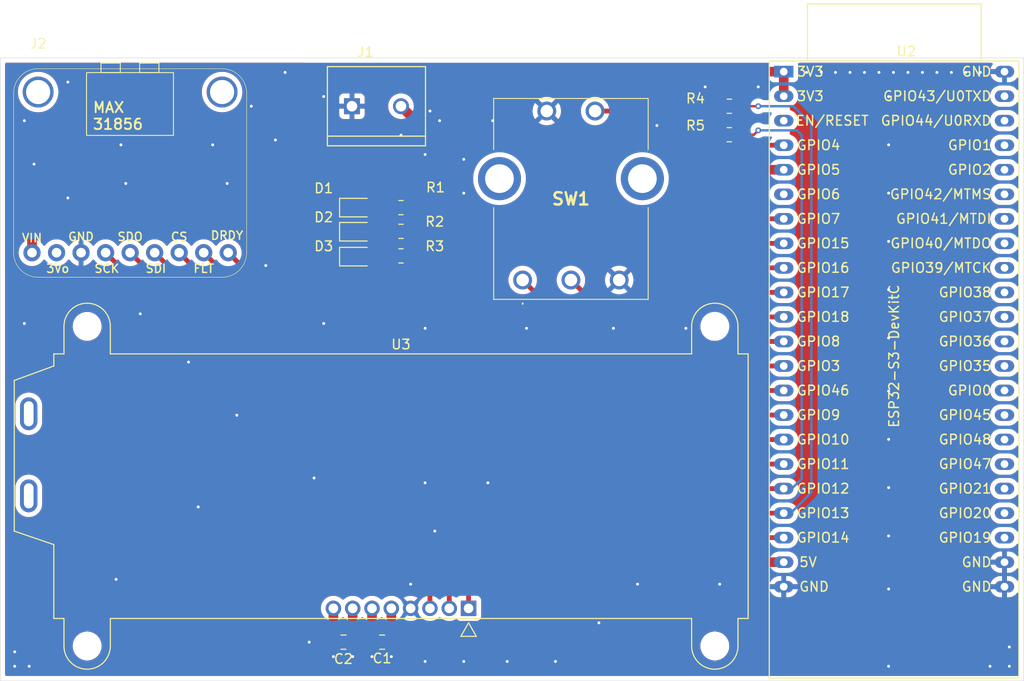
<source format=kicad_pcb>
(kicad_pcb (version 20241229) (generator "pcbnew") (generator_version "9.0")
  (title_block (title "Tube Furnace PCB") (date "2025-03-26") (rev "v2") (company "Waterloo Hacker Fab"))
  (layers (0 "F.Cu" signal) (2 "B.Cu" signal) (13 "F.Paste" user) (15 "B.Paste" user) (5 "F.SilkS" user "F.Silkscreen") (7 "B.SilkS" user "B.Silkscreen") (1 "F.Mask" user) (3 "B.Mask" user) (25 "Edge.Cuts" user))
  (net 0 "")
  (net 1 "GND")
  (net 2 "+3.3V")
  (net 3 "+5V")
  (net 4 "SSR_PWM")
  (net 18 "Net-(D3-A)")
  (net 19 "Net-(D2-A)")
  (net 20 "Net-(D1-A)")
  (net 24 "Net-(U3-VOUT)")
  (net 25 "Net-(U3-C1+)")
  (net 26 "Net-(U3-C1-)")
  (net 27 "/SCL")
  (net 28 "/SDA")
  (net 29 "/ENC_B")
  (net 30 "/ENC_A")
  (net 31 "/ENC_SW")
  (net 33 "/MAX_SDO")
  (net 34 "/MAX_SCK")
  (net 35 "/MAX_DRDY")
  (net 36 "/MAX_3.3VOUT")
  (net 37 "/MAX_SDI")
  (net 40 "/MAX_CS")
  (net 41 "/MAX_FAULT")
  (net 42 "/DISPLAY_RST")
  (net 47 "/LED_1")
  (net 48 "/LED_2")
  (net 49 "/LED_3")
  (footprint "Diode_SMD:D_0805_2012Metric_Pad1.15x1.40mm_HandSolder" (layer "F.Cu") (at 121 76.5)
    (property "Reference" "D2" (hide yes))
    (property "Value" "LED")
    (fp_line (start -1.86 -0.96) (end -1.86 0.96) (stroke (width 0.12)) (layer "F.SilkS"))
    (fp_line (start -1.86 0.96) (end 1 0.96) (stroke (width 0.12)) (layer "F.SilkS"))
    (fp_line (start 1 -0.96) (end -1.86 -0.96) (stroke (width 0.12)) (layer "F.SilkS"))
    (pad "1" smd roundrect (at -1.025 0) (size 1.15 1.4) (layers "F.Cu" "F.Mask" "F.Paste") (roundrect_rratio 0.217391) (net 1 "GND"))
    (pad "2" smd roundrect (at 1.025 0) (size 1.15 1.4) (layers "F.Cu" "F.Mask" "F.Paste") (roundrect_rratio 0.217391) (net 19 "Net-(D2-A)"))
  )
  (footprint "phoenix_footprints:TE_282837-2" (layer "F.Cu") (at 122.96 63.5)
    (property "Reference" "J1" (at -1.127255 -5.614945 0) (layer "F.SilkS") (effects (font (size 1.002039 1.002039))))
    (property "Value" "Screw_Terminal_01x02")
    (fp_line (start -5.08 -4.1) (end 5.08 -4.1) (stroke (width 0.127)) (layer "F.SilkS"))
    (fp_line (start -5.08 3.1) (end -5.08 -4.1) (stroke (width 0.127)) (layer "F.SilkS"))
    (fp_line (start -5.08 3.1) (end 5.08 3.1) (stroke (width 0.127)) (layer "F.SilkS"))
    (fp_line (start -5.08 4.1) (end -5.08 3.1) (stroke (width 0.127)) (layer "F.SilkS"))
    (fp_line (start 5.08 -4.1) (end 5.08 3.1) (stroke (width 0.127)) (layer "F.SilkS"))
    (fp_line (start 5.08 3.1) (end 5.08 4.1) (stroke (width 0.127)) (layer "F.SilkS"))
    (fp_line (start 5.08 4.1) (end -5.08 4.1) (stroke (width 0.127)) (layer "F.SilkS"))
    (pad "1" thru_hole rect (at -2.54 0) (size 1.65 1.65) (drill 1.1) (layers "*.Cu" "*.Mask") (net 1 "GND"))
    (pad "2" thru_hole circle (at 2.54 0) (size 1.65 1.65) (drill 1.1) (layers "*.Cu" "*.Mask") (net 4 "SSR_PWM"))
  )
  (footprint "Capacitor_SMD:C_0805_2012Metric" (layer "F.Cu") (at 123.55 119 180)
    (property "Reference" "C1" (at 0 -1.68 0) (layer "F.SilkS"))
    (property "Value" "1uF")
    (fp_line (start -0.261252 0.735) (end 0.261252 0.735) (stroke (width 0.12)) (layer "F.SilkS"))
    (fp_line (start -0.261252 -0.735) (end 0.261252 -0.735) (stroke (width 0.12)) (layer "F.SilkS"))
    (pad "1" smd roundrect (at -0.95 0 180) (size 1 1.45) (layers "F.Cu" "F.Mask" "F.Paste") (net 3 "+5V"))
    (pad "2" smd roundrect (at 0.95 0 180) (size 1 1.45) (layers "F.Cu" "F.Mask" "F.Paste") (net 24 "Net-(U3-VOUT)"))
  )
  (footprint "Resistor_SMD:R_0805_2012Metric_Pad1.20x1.40mm_HandSolder" (layer "F.Cu") (at 125.5 76.46 180)
    (property "Reference" "R2" (at -3.5 1 0) (layer "F.SilkS"))
    (property "Value" "220")
    (fp_line (start -0.227064 0.735) (end 0.227064 0.735) (stroke (width 0.12)) (layer "F.SilkS"))
    (fp_line (start -0.227064 -0.735) (end 0.227064 -0.735) (stroke (width 0.12)) (layer "F.SilkS"))
    (pad "1" smd roundrect (at -1 0 180) (size 1.2 1.4) (layers "F.Cu" "F.Mask" "F.Paste") (roundrect_rratio 0.208333) (net 48 "/LED_2"))
    (pad "2" smd roundrect (at 1 0 180) (size 1.2 1.4) (layers "F.Cu" "F.Mask" "F.Paste") (roundrect_rratio 0.208333) (net 19 "Net-(D2-A)"))
  )
  (footprint "Capacitor_SMD:C_0805_2012Metric" (layer "F.Cu") (at 119.55 119 180)
    (property "Reference" "C2" (at 0.008519 -1.745267 0) (layer "F.SilkS"))
    (property "Value" "1uF")
    (fp_line (start -0.261252 0.735) (end 0.261252 0.735) (stroke (width 0.12)) (layer "F.SilkS"))
    (fp_line (start -0.261252 -0.735) (end 0.261252 -0.735) (stroke (width 0.12)) (layer "F.SilkS"))
    (pad "1" smd roundrect (at -0.95 0 180) (size 1 1.45) (layers "F.Cu" "F.Mask" "F.Paste") (net 25 "Net-(U3-C1+)"))
    (pad "2" smd roundrect (at 0.95 0 180) (size 1 1.45) (layers "F.Cu" "F.Mask" "F.Paste") (net 26 "Net-(U3-C1-)"))
  )
  (footprint "Resistor_SMD:R_0805_2012Metric_Pad1.20x1.40mm_HandSolder" (layer "F.Cu") (at 125.5 79 180)
    (property "Reference" "R3" (at -3.5 1 0) (layer "F.SilkS"))
    (property "Value" "220")
    (fp_line (start -0.227064 0.735) (end 0.227064 0.735) (stroke (width 0.12)) (layer "F.SilkS"))
    (fp_line (start -0.227064 -0.735) (end 0.227064 -0.735) (stroke (width 0.12)) (layer "F.SilkS"))
    (pad "1" smd roundrect (at -1 0 180) (size 1.2 1.4) (layers "F.Cu" "F.Mask" "F.Paste") (roundrect_rratio 0.208333) (net 49 "/LED_3"))
    (pad "2" smd roundrect (at 1 0 180) (size 1.2 1.4) (layers "F.Cu" "F.Mask" "F.Paste") (roundrect_rratio 0.208333) (net 18 "Net-(D3-A)"))
  )
  (footprint "!footprints:PEC164120FS0012" (layer "F.Cu") (at 138.1 81.5)
    (property "Reference" "SW1" (at 5 -8.4 0) (layer "F.SilkS") (effects (font (size 1.27 1.27) (thickness 0.254))))
    (property "Value" "RotaryEncoder_Switch" (hide yes))
    (fp_line (start -3 -18.8) (end -3 -13.5) (stroke (width 0.1)) (layer "F.SilkS"))
    (fp_line (start -3 -7.5) (end -3 2) (stroke (width 0.1)) (layer "F.SilkS"))
    (fp_line (start -3 2) (end 13 2) (stroke (width 0.1)) (layer "F.SilkS"))
    (fp_line (start 0 2.4) (end 0 2.4) (stroke (width 0.1)) (layer "F.SilkS"))
    (fp_line (start 0 2.5) (end 0 2.5) (stroke (width 0.1)) (layer "F.SilkS"))
    (fp_line (start 13 -18.8) (end -3 -18.8) (stroke (width 0.1)) (layer "F.SilkS"))
    (fp_line (start 13 -13.5) (end 13 -18.8) (stroke (width 0.1)) (layer "F.SilkS"))
    (fp_line (start 13 2) (end 13 -7.5) (stroke (width 0.1)) (layer "F.SilkS"))
    (fp_arc (start 0 2.4) (mid 0.05 2.45) (end 0 2.5) (stroke (width 0.1)) (layer "F.SilkS"))
    (fp_arc (start 0 2.5) (mid -0.05 2.45) (end 0 2.4) (stroke (width 0.1)) (layer "F.SilkS"))
    (pad "A" thru_hole circle (at 0 0) (size 1.95 1.95) (drill 1.3) (layers "*.Cu" "*.Mask") (net 30 "/ENC_A"))
    (pad "B" thru_hole circle (at 5 0) (size 1.95 1.95) (drill 1.3) (layers "*.Cu" "*.Mask") (net 29 "/ENC_B"))
    (pad "C" thru_hole circle (at 10 0) (size 1.95 1.95) (drill 1.3) (layers "*.Cu" "*.Mask") (net 1 "GND"))
    (pad "MH1" thru_hole circle (at -2.4 -10.5) (size 4.46 4.46) (drill 2.9732) (layers "*.Cu" "*.Mask"))
    (pad "MH2" thru_hole circle (at 12.4 -10.5) (size 4.46 4.46) (drill 2.9732) (layers "*.Cu" "*.Mask"))
    (pad "S1" thru_hole circle (at 2.5 -17.5) (size 1.95 1.95) (drill 1.3) (layers "*.Cu" "*.Mask") (net 1 "GND"))
    (pad "S2" thru_hole circle (at 7.5 -17.5) (size 1.95 1.95) (drill 1.3) (layers "*.Cu" "*.Mask") (net 31 "/ENC_SW"))
  )
  (footprint "Diode_SMD:D_0805_2012Metric_Pad1.15x1.40mm_HandSolder" (layer "F.Cu") (at 121 79.08)
    (property "Reference" "D3" (hide yes))
    (property "Value" "LED")
    (fp_line (start -1.86 -0.96) (end -1.86 0.96) (stroke (width 0.12)) (layer "F.SilkS"))
    (fp_line (start -1.86 0.96) (end 1 0.96) (stroke (width 0.12)) (layer "F.SilkS"))
    (fp_line (start 1 -0.96) (end -1.86 -0.96) (stroke (width 0.12)) (layer "F.SilkS"))
    (pad "1" smd roundrect (at -1.025 0) (size 1.15 1.4) (layers "F.Cu" "F.Mask" "F.Paste") (roundrect_rratio 0.217391) (net 1 "GND"))
    (pad "2" smd roundrect (at 1.025 0) (size 1.15 1.4) (layers "F.Cu" "F.Mask" "F.Paste") (roundrect_rratio 0.217391) (net 18 "Net-(D3-A)"))
  )
  (footprint "Resistor_SMD:R_0805_2012Metric_Pad1.20x1.40mm_HandSolder" (layer "F.Cu") (at 159.5 66.45)
    (property "Reference" "R5" (at -3.5 -0.95 0) (layer "F.SilkS"))
    (property "Value" "4.7k")
    (fp_line (start -0.227064 -0.735) (end 0.227064 -0.735) (stroke (width 0.12)) (layer "F.SilkS"))
    (fp_line (start -0.227064 0.735) (end 0.227064 0.735) (stroke (width 0.12)) (layer "F.SilkS"))
    (pad "1" smd roundrect (at -1 0) (size 1.2 1.4) (layers "F.Cu" "F.Mask" "F.Paste") (roundrect_rratio 0.208333) (net 2 "+3.3V"))
    (pad "2" smd roundrect (at 1 0) (size 1.2 1.4) (layers "F.Cu" "F.Mask" "F.Paste") (roundrect_rratio 0.208333) (net 28 "/SDA"))
  )
  (footprint "Resistor_SMD:R_0805_2012Metric_Pad1.20x1.40mm_HandSolder" (layer "F.Cu") (at 159.5 63.5)
    (property "Reference" "R4" (at -3.5 -0.8 0) (layer "F.SilkS"))
    (property "Value" "4.7k")
    (fp_line (start -0.227064 -0.735) (end 0.227064 -0.735) (stroke (width 0.12)) (layer "F.SilkS"))
    (fp_line (start -0.227064 0.735) (end 0.227064 0.735) (stroke (width 0.12)) (layer "F.SilkS"))
    (pad "1" smd roundrect (at -1 0) (size 1.2 1.4) (layers "F.Cu" "F.Mask" "F.Paste") (roundrect_rratio 0.208333) (net 2 "+3.3V"))
    (pad "2" smd roundrect (at 1 0) (size 1.2 1.4) (layers "F.Cu" "F.Mask" "F.Paste") (roundrect_rratio 0.208333) (net 27 "/SCL"))
  )
  (footprint "Diode_SMD:D_0805_2012Metric_Pad1.15x1.40mm_HandSolder" (layer "F.Cu") (at 121 74)
    (property "Reference" "D1" (hide yes))
    (property "Value" "LED")
    (fp_line (start -1.86 -0.96) (end -1.86 0.96) (stroke (width 0.12)) (layer "F.SilkS"))
    (fp_line (start -1.86 0.96) (end 1 0.96) (stroke (width 0.12)) (layer "F.SilkS"))
    (fp_line (start 1 -0.96) (end -1.86 -0.96) (stroke (width 0.12)) (layer "F.SilkS"))
    (pad "1" smd roundrect (at -1.025 0) (size 1.15 1.4) (layers "F.Cu" "F.Mask" "F.Paste") (roundrect_rratio 0.217391) (net 1 "GND"))
    (pad "2" smd roundrect (at 1.025 0) (size 1.15 1.4) (layers "F.Cu" "F.Mask" "F.Paste") (roundrect_rratio 0.217391) (net 20 "Net-(D1-A)"))
  )
  (footprint "Display:NHD-C0220BiZ" (layer "F.Cu") (at 125.5 99.6)
    (property "Reference" "U3" (at 0 -11.43 0) (layer "F.SilkS"))
    (property "Value" "NHD-C0220BIZ")
    (fp_line (start -40.05 -7.7) (end -40.05 7.9) (stroke (width 0.12)) (layer "F.SilkS"))
    (fp_line (start -40.05 7.9) (end -35.95 9.3) (stroke (width 0.12)) (layer "F.SilkS"))
    (fp_line (start -35.95 -10.45) (end -35.95 -9.2) (stroke (width 0.12)) (layer "F.SilkS"))
    (fp_line (start -35.95 -9.2) (end -40.05 -7.7) (stroke (width 0.12)) (layer "F.SilkS"))
    (fp_line (start -35.95 9.3) (end -35.95 16.95) (stroke (width 0.12)) (layer "F.SilkS"))
    (fp_line (start -35.95 16.95) (end -34.9 16.95) (stroke (width 0.12)) (layer "F.SilkS"))
    (fp_line (start -34.9 -13.3) (end -34.9 -10.45) (stroke (width 0.12)) (layer "F.SilkS"))
    (fp_line (start -34.9 -10.45) (end -35.95 -10.45) (stroke (width 0.12)) (layer "F.SilkS"))
    (fp_line (start -34.9 16.95) (end -34.9 19.8) (stroke (width 0.12)) (layer "F.SilkS"))
    (fp_line (start -30.1 -10.45) (end -30.1 -13.3) (stroke (width 0.12)) (layer "F.SilkS"))
    (fp_line (start -30.1 16.95) (end 30.1 16.95) (stroke (width 0.12)) (layer "F.SilkS"))
    (fp_line (start -30.1 19.8) (end -30.1 16.95) (stroke (width 0.12)) (layer "F.SilkS"))
    (fp_line (start 6.2 18.8) (end 7 17.4) (stroke (width 0.12)) (layer "F.SilkS"))
    (fp_line (start 6.2 18.8) (end 7.8 18.8) (stroke (width 0.12)) (layer "F.SilkS"))
    (fp_line (start 7 17.4) (end 7.8 18.8) (stroke (width 0.12)) (layer "F.SilkS"))
    (fp_line (start 30.1 -13.3) (end 30.1 -10.45) (stroke (width 0.12)) (layer "F.SilkS"))
    (fp_line (start 30.1 -10.45) (end -30.1 -10.45) (stroke (width 0.12)) (layer "F.SilkS"))
    (fp_line (start 30.1 16.95) (end 30.1 19.8) (stroke (width 0.12)) (layer "F.SilkS"))
    (fp_line (start 34.9 -10.45) (end 34.9 -13.3) (stroke (width 0.12)) (layer "F.SilkS"))
    (fp_line (start 34.9 16.95) (end 35.95 16.95) (stroke (width 0.12)) (layer "F.SilkS"))
    (fp_line (start 34.9 19.8) (end 34.9 16.95) (stroke (width 0.12)) (layer "F.SilkS"))
    (fp_line (start 35.95 -10.45) (end 34.9 -10.45) (stroke (width 0.12)) (layer "F.SilkS"))
    (fp_line (start 35.95 16.95) (end 35.95 -10.45) (stroke (width 0.12)) (layer "F.SilkS"))
    (fp_arc (start -34.9 -13.3) (mid -32.5 -15.7) (end -30.1 -13.3) (stroke (width 0.12)) (layer "F.SilkS"))
    (fp_arc (start -30.1 19.8) (mid -32.5 22.2) (end -34.9 19.8) (stroke (width 0.12)) (layer "F.SilkS"))
    (fp_arc (start 30.1 -13.3) (mid 32.5 -15.7) (end 34.9 -13.3) (stroke (width 0.12)) (layer "F.SilkS"))
    (fp_arc (start 34.9 19.8) (mid 32.5 22.2) (end 30.1 19.8) (stroke (width 0.12)) (layer "F.SilkS"))
    (pad "" np_thru_hole circle (at -32.5 -13.3) (size 2.5 2.5) (drill 2.5) (layers "*.Cu" "*.Mask"))
    (pad "" np_thru_hole circle (at -32.5 19.8) (size 2.5 2.5) (drill 2.5) (layers "*.Cu" "*.Mask"))
    (pad "" np_thru_hole circle (at 32.5 -13.3) (size 2.5 2.5) (drill 2.5) (layers "*.Cu" "*.Mask"))
    (pad "" np_thru_hole circle (at 32.5 19.8) (size 2.5 2.5) (drill 2.5) (layers "*.Cu" "*.Mask"))
    (pad "1" thru_hole rect (at 7 15.9) (size 1.6 1.6) (drill 1) (layers "*.Cu" "*.Mask") (net 42 "/DISPLAY_RST"))
    (pad "2" thru_hole circle (at 5 15.9) (size 1.6 1.6) (drill 1) (layers "*.Cu" "*.Mask") (net 27 "/SCL"))
    (pad "3" thru_hole circle (at 3 15.9) (size 1.6 1.6) (drill 1) (layers "*.Cu" "*.Mask") (net 28 "/SDA"))
    (pad "4" thru_hole circle (at 1 15.9) (size 1.6 1.6) (drill 1) (layers "*.Cu" "*.Mask") (net 1 "GND"))
    (pad "5" thru_hole circle (at -1 15.9) (size 1.6 1.6) (drill 1) (layers "*.Cu" "*.Mask") (net 3 "+5V"))
    (pad "6" thru_hole circle (at -3 15.9) (size 1.6 1.6) (drill 1) (layers "*.Cu" "*.Mask") (net 24 "Net-(U3-VOUT)"))
    (pad "7" thru_hole circle (at -5 15.9) (size 1.6 1.6) (drill 1) (layers "*.Cu" "*.Mask") (net 25 "Net-(U3-C1+)"))
    (pad "8" thru_hole circle (at -7 15.9) (size 1.6 1.6) (drill 1) (layers "*.Cu" "*.Mask") (net 26 "Net-(U3-C1-)"))
    (pad "9" thru_hole oval (at -38.55 4.25) (size 1.8 3.4) (drill oval 1 2.6) (layers "*.Cu" "*.Mask"))
    (pad "10" thru_hole oval (at -38.55 -4.25) (size 1.8 3.4) (drill oval 1 2.6) (layers "*.Cu" "*.Mask"))
  )
  (footprint "PCM_Espressif:ESP32-S3-DevKitC" (layer "F.Cu") (at 165.14 59.92)
    (property "Reference" "U2" (at 12.7 -2.1 0) (layer "F.SilkS"))
    (property "Value" "ESP32-S3-DevKitC" (at 11.42632 29.46128 90) (layer "F.SilkS"))
    (fp_line (start -1.5 62.79728) (end 24.359999 62.79728) (stroke (width 0.12)) (layer "F.SilkS"))
    (fp_line (start -1.499999 -1.1) (end -1.5 62.79728) (stroke (width 0.12)) (layer "F.SilkS"))
    (fp_line (start 2.46012 -7.01312) (end 20.44332 -7.01312) (stroke (width 0.12)) (layer "F.SilkS"))
    (fp_line (start 2.46012 -1.12032) (end 2.46012 -7.01312) (stroke (width 0.12)) (layer "F.SilkS"))
    (fp_line (start 20.44332 -7.01312) (end 20.44332 -1.12032) (stroke (width 0.12)) (layer "F.SilkS"))
    (fp_line (start 24.359999 62.79728) (end 24.36 -1.1) (stroke (width 0.12)) (layer "F.SilkS"))
    (fp_line (start 24.36 -1.1) (end -1.499999 -1.1) (stroke (width 0.12)) (layer "F.SilkS"))
    (fp_text user "GPIO47" (at 21.59 40.64 0) (layer "F.SilkS") (effects (justify right)))
    (fp_text user "3V3" (at 1.27 0 0) (layer "F.SilkS") (effects (justify left)))
    (fp_text user "GPIO18" (at 1.27 25.4 0) (layer "F.SilkS") (effects (justify left)))
    (fp_text user "GND" (at 1.52032 53.33728 0) (layer "F.SilkS") (effects (justify left)))
    (fp_text user "GPIO12" (at 1.27 43.18 0) (layer "F.SilkS") (effects (justify left)))
    (fp_text user "GPIO11" (at 1.27 40.64 0) (layer "F.SilkS") (effects (justify left)))
    (fp_text user "GPIO48" (at 21.59 38.1 0) (layer "F.SilkS") (effects (justify right)))
    (fp_text user "GPIO2" (at 21.59 10.16 0) (layer "F.SilkS") (effects (justify right)))
    (fp_text user "GPIO36" (at 21.59 27.94 0) (layer "F.SilkS") (effects (justify right)))
    (fp_text user "3V3" (at 1.27 2.54 0) (layer "F.SilkS") (effects (justify left)))
    (fp_text user "GPIO40/MTDO" (at 21.59 17.78 0) (layer "F.SilkS") (effects (justify right)))
    (fp_text user "GPIO9" (at 1.27 35.56 0) (layer "F.SilkS") (effects (justify left)))
    (fp_text user "GND" (at 21.59 50.8 0) (layer "F.SilkS") (effects (justify right)))
    (fp_text user "GPIO17" (at 1.27 22.86 0) (layer "F.SilkS") (effects (justify left)))
    (fp_text user "GPIO21" (at 21.59 43.18 0) (layer "F.SilkS") (effects (justify right)))
    (fp_text user "GPIO6" (at 1.27 12.7 0) (layer "F.SilkS") (effects (justify left)))
    (fp_text user "GPIO5" (at 1.27 10.16 0) (layer "F.SilkS") (effects (justify left)))
    (fp_text user "GPIO19" (at 21.59 48.26 0) (layer "F.SilkS") (effects (justify right)))
    (fp_text user "GPIO37" (at 21.59 25.4 0) (layer "F.SilkS") (effects (justify right)))
    (fp_text user "GPIO20" (at 21.59 45.72 0) (layer "F.SilkS") (effects (justify right)))
    (fp_text user "GPIO38" (at 21.59 22.86 0) (layer "F.SilkS") (effects (justify right)))
    (fp_text user "GPIO7" (at 1.27 15.24 0) (layer "F.SilkS") (effects (justify left)))
    (fp_text user "GPIO39/MTCK" (at 21.59 20.32 0) (layer "F.SilkS") (effects (justify right)))
    (fp_text user "5V" (at 1.52032 50.79728 0) (layer "F.SilkS") (effects (justify left)))
    (fp_text user "GPIO44/U0RXD" (at 21.59 5.08 0) (layer "F.SilkS") (effects (justify right)))
    (fp_text user "GPIO0" (at 21.59 33.02 0) (layer "F.SilkS") (effects (justify right)))
    (fp_text user "GND" (at 21.59 0 0) (layer "F.SilkS") (effects (justify right)))
    (fp_text user "GPIO42/MTMS" (at 21.59 12.7 0) (layer "F.SilkS") (effects (justify right)))
    (fp_text user "GPIO4" (at 1.27 7.62 0) (layer "F.SilkS") (effects (justify left)))
    (fp_text user "GPIO10" (at 1.27 38.1 0) (layer "F.SilkS") (effects (justify left)))
    (fp_text user "GPIO13" (at 1.27 45.72 0) (layer "F.SilkS") (effects (justify left)))
    (fp_text user "GPIO46" (at 1.27 33.02 0) (layer "F.SilkS") (effects (justify left)))
    (fp_text user "GPIO8" (at 1.27 27.94 0) (layer "F.SilkS") (effects (justify left)))
    (fp_text user "GPIO41/MTDI" (at 21.59 15.24 0) (layer "F.SilkS") (effects (justify right)))
    (fp_text user "GPIO15" (at 1.27 17.78 0) (layer "F.SilkS") (effects (justify left)))
    (fp_text user "GPIO35" (at 21.59 30.48 0) (layer "F.SilkS") (effects (justify right)))
    (fp_text user "GND" (at 21.59 53.34 0) (layer "F.SilkS") (effects (justify right)))
    (fp_text user "GPIO14" (at 1.27 48.26 0) (layer "F.SilkS") (effects (justify left)))
    (fp_text user "GPIO1" (at 21.59 7.62 0) (layer "F.SilkS") (effects (justify right)))
    (fp_text user "GPIO43/U0TXD" (at 21.59 2.54 0) (layer "F.SilkS") (effects (justify right)))
    (fp_text user "GPIO45" (at 21.59 35.56 0) (layer "F.SilkS") (effects (justify right)))
    (fp_text user "GPIO16" (at 1.27 20.32 0) (layer "F.SilkS") (effects (justify left)))
    (fp_text user "GPIO3" (at 1.27 30.48 0) (layer "F.SilkS") (effects (justify left)))
    (fp_text user "EN/RESET" (at 8.88632 5.07728 0) (layer "F.SilkS") (effects (justify right)))
    (pad "1" thru_hole rect (at 0 0 270) (size 1.2 2) (drill 0.8) (layers "*.Cu" "*.Mask") (net 2 "+3.3V"))
    (pad "2" thru_hole oval (at 0 2.54 270) (size 1.2 2) (drill 0.8) (layers "*.Cu" "*.Mask") (net 2 "+3.3V"))
    (pad "3" thru_hole oval (at 0 5.08 270) (size 1.2 2) (drill 0.8) (layers "*.Cu" "*.Mask"))
    (pad "4" thru_hole oval (at 0 7.62 270) (size 1.2 2) (drill 0.8) (layers "*.Cu" "*.Mask") (net 31 "/ENC_SW"))
    (pad "5" thru_hole oval (at 0 10.16 270) (size 1.2 2) (drill 0.8) (layers "*.Cu" "*.Mask") (net 4 "SSR_PWM"))
    (pad "6" thru_hole oval (at 0 12.7 270) (size 1.2 2) (drill 0.8) (layers "*.Cu" "*.Mask"))
    (pad "7" thru_hole oval (at 0 15.24 270) (size 1.2 2) (drill 0.8) (layers "*.Cu" "*.Mask") (net 47 "/LED_1"))
    (pad "8" thru_hole oval (at 0 17.78 270) (size 1.2 2) (drill 0.8) (layers "*.Cu" "*.Mask") (net 48 "/LED_2"))
    (pad "9" thru_hole oval (at 0 20.32 270) (size 1.2 2) (drill 0.8) (layers "*.Cu" "*.Mask") (net 49 "/LED_3"))
    (pad "10" thru_hole oval (at 0 22.86 270) (size 1.2 2) (drill 0.8) (layers "*.Cu" "*.Mask") (net 29 "/ENC_B"))
    (pad "11" thru_hole oval (at 0 25.4 270) (size 1.2 2) (drill 0.8) (layers "*.Cu" "*.Mask") (net 30 "/ENC_A"))
    (pad "12" thru_hole oval (at 0 27.94 270) (size 1.2 2) (drill 0.8) (layers "*.Cu" "*.Mask") (net 35 "/MAX_DRDY"))
    (pad "13" thru_hole oval (at 0 30.48 270) (size 1.2 2) (drill 0.8) (layers "*.Cu" "*.Mask") (net 41 "/MAX_FAULT"))
    (pad "14" thru_hole oval (at 0 33.02 270) (size 1.2 2) (drill 0.8) (layers "*.Cu" "*.Mask") (net 40 "/MAX_CS"))
    (pad "15" thru_hole oval (at 0 35.56 270) (size 1.2 2) (drill 0.8) (layers "*.Cu" "*.Mask") (net 37 "/MAX_SDI"))
    (pad "16" thru_hole oval (at 0 38.1 270) (size 1.2 2) (drill 0.8) (layers "*.Cu" "*.Mask") (net 33 "/MAX_SDO"))
    (pad "17" thru_hole oval (at 0 40.64 270) (size 1.2 2) (drill 0.8) (layers "*.Cu" "*.Mask") (net 34 "/MAX_SCK"))
    (pad "18" thru_hole oval (at 0 43.18 270) (size 1.2 2) (drill 0.8) (layers "*.Cu" "*.Mask") (net 28 "/SDA"))
    (pad "19" thru_hole oval (at 0 45.72 270) (size 1.2 2) (drill 0.8) (layers "*.Cu" "*.Mask") (net 27 "/SCL"))
    (pad "20" thru_hole oval (at -0.00368 48.25728 270) (size 1.2 2) (drill 0.8) (layers "*.Cu" "*.Mask") (net 42 "/DISPLAY_RST"))
    (pad "21" thru_hole oval (at -0.00368 50.79728 270) (size 1.2 2) (drill 0.8) (layers "*.Cu" "*.Mask") (net 3 "+5V"))
    (pad "22" thru_hole oval (at -0.00368 53.33728 270) (size 1.2 2) (drill 0.8) (layers "*.Cu" "*.Mask") (net 1 "GND"))
    (pad "23" thru_hole oval (at 22.86 53.34 270) (size 1.2 2) (drill 0.8) (layers "*.Cu" "*.Mask") (net 1 "GND"))
    (pad "24" thru_hole oval (at 22.86 50.8 270) (size 1.2 2) (drill 0.8) (layers "*.Cu" "*.Mask") (net 1 "GND"))
    (pad "25" thru_hole oval (at 22.86 48.26 270) (size 1.2 2) (drill 0.8) (layers "*.Cu" "*.Mask"))
    (pad "26" thru_hole oval (at 22.86 45.72 270) (size 1.2 2) (drill 0.8) (layers "*.Cu" "*.Mask"))
    (pad "27" thru_hole oval (at 22.86 43.18 270) (size 1.2 2) (drill 0.8) (layers "*.Cu" "*.Mask"))
    (pad "28" thru_hole oval (at 22.86 40.64 270) (size 1.2 2) (drill 0.8) (layers "*.Cu" "*.Mask"))
    (pad "29" thru_hole oval (at 22.86 38.1 270) (size 1.2 2) (drill 0.8) (layers "*.Cu" "*.Mask"))
    (pad "30" thru_hole oval (at 22.86 35.56 270) (size 1.2 2) (drill 0.8) (layers "*.Cu" "*.Mask"))
    (pad "31" thru_hole oval (at 22.86 33.02 270) (size 1.2 2) (drill 0.8) (layers "*.Cu" "*.Mask"))
    (pad "32" thru_hole oval (at 22.86 30.48 270) (size 1.2 2) (drill 0.8) (layers "*.Cu" "*.Mask"))
    (pad "33" thru_hole oval (at 22.86 27.94 270) (size 1.2 2) (drill 0.8) (layers "*.Cu" "*.Mask"))
    (pad "34" thru_hole oval (at 22.86 25.4 270) (size 1.2 2) (drill 0.8) (layers "*.Cu" "*.Mask"))
    (pad "35" thru_hole oval (at 22.86 22.86 270) (size 1.2 2) (drill 0.8) (layers "*.Cu" "*.Mask"))
    (pad "36" thru_hole oval (at 22.86 20.32 270) (size 1.2 2) (drill 0.8) (layers "*.Cu" "*.Mask"))
    (pad "37" thru_hole oval (at 22.86 17.78 270) (size 1.2 2) (drill 0.8) (layers "*.Cu" "*.Mask"))
    (pad "38" thru_hole oval (at 22.86 15.24 270) (size 1.2 2) (drill 0.8) (layers "*.Cu" "*.Mask"))
    (pad "39" thru_hole oval (at 22.86 12.7 270) (size 1.2 2) (drill 0.8) (layers "*.Cu" "*.Mask"))
    (pad "40" thru_hole oval (at 22.86 10.16 270) (size 1.2 2) (drill 0.8) (layers "*.Cu" "*.Mask"))
    (pad "41" thru_hole oval (at 22.86 7.62 270) (size 1.2 2) (drill 0.8) (layers "*.Cu" "*.Mask"))
    (pad "42" thru_hole oval (at 22.86 5.08 270) (size 1.2 2) (drill 0.8) (layers "*.Cu" "*.Mask"))
    (pad "43" thru_hole oval (at 22.86 2.54 270) (size 1.2 2) (drill 0.8) (layers "*.Cu" "*.Mask"))
    (pad "44" thru_hole oval (at 22.86 0 270) (size 1.2 2) (drill 0.8) (layers "*.Cu" "*.Mask") (net 1 "GND"))
  )
  (footprint "!footprints:MAX31856_HEADER" (layer "F.Cu") (at 87.936314 62.019686)
    (property "Reference" "J2" (at 0 -5 0) (layer "F.SilkS") (effects (font (thickness 0.1))))
    (property "Value" "Conn_01x09_Socket")
    (fp_line (start -2.551314 16.648314) (end -2.551314 0.138314) (stroke (width 0.05)) (layer "F.SilkS"))
    (fp_line (start -0.011314 -2.401686) (end 19.038686 -2.401686) (stroke (width 0.05)) (layer "F.SilkS"))
    (fp_line (start 19.012586 19.191516) (end -0.037414 19.191516) (stroke (width 0.05)) (layer "F.SilkS"))
    (fp_line (start 21.578686 0.138314) (end 21.578686 16.648314) (stroke (width 0.05)) (layer "F.SilkS"))
    (fp_rect (start 5 -2) (end 14 4.5) (stroke (width 0.1)) (fill no) (layer "F.SilkS"))
    (fp_rect (start 6.5 -3) (end 8.5 -2) (stroke (width 0.1)) (fill no) (layer "F.SilkS"))
    (fp_rect (start 10.5 -3) (end 12.5 -2) (stroke (width 0.1)) (fill no) (layer "F.SilkS"))
    (fp_arc (start -2.551314 0.138314) (mid -1.807365 -1.657737) (end -0.011314 -2.401686) (stroke (width 0.05)) (layer "F.SilkS"))
    (fp_arc (start -0.011314 19.188314) (mid -1.807365 18.444365) (end -2.551314 16.648314) (stroke (width 0.05)) (layer "F.SilkS"))
    (fp_arc (start 19.038686 -2.401686) (mid 20.834741 -1.657741) (end 21.578686 0.138314) (stroke (width 0.05)) (layer "F.SilkS"))
    (fp_arc (start 21.578686 16.648314) (mid 20.834736 18.444361) (end 19.038686 19.188314) (stroke (width 0.05)) (layer "F.SilkS"))
    (fp_text user "SCK" (at 7.100686 18.299314 0) (layer "F.SilkS") (effects (font (size 0.8636 0.8636) (thickness 0.1524))))
    (fp_text user "SDI" (at 12.180686 18.299314 0) (layer "F.SilkS") (effects (font (size 0.8636 0.8636) (thickness 0.1524))))
    (fp_text user "GND" (at 4.433686 14.997314 0) (layer "F.SilkS") (effects (font (size 0.8636 0.8636) (thickness 0.1524))))
    (fp_text user "FLT" (at 17.133686 18.299314 0) (layer "F.SilkS") (effects (font (size 0.8636 0.8636) (thickness 0.1524))))
    (fp_text user "3Vo" (at 2.020686 18.299314 0) (layer "F.SilkS") (effects (font (size 0.8636 0.8636) (thickness 0.1524))))
    (fp_text user "CS" (at 14.593686 14.997314 0) (layer "F.SilkS") (effects (font (size 0.8636 0.8636) (thickness 0.1524))))
    (fp_text user "SDO" (at 9.513686 14.997314 0) (layer "F.SilkS") (effects (font (size 0.8636 0.8636) (thickness 0.1524))))
    (fp_text user "DRDY" (at 19.546686 14.870314 0) (layer "F.SilkS") (effects (font (size 0.8636 0.8636) (thickness 0.1524))))
    (fp_text user "VIN" (at -0.646314 15.124314 0) (layer "F.SilkS") (effects (font (size 0.8636 0.8636) (thickness 0.1524))))
    (fp_text user "MAX\n31856" (at 5.563686 3.980314 0) (layer "F.SilkS") (effects (font (size 1.0795 1.0795) (thickness 0.1905)) (justify left bottom)))
    (pad "1" thru_hole circle (at 19.673686 16.648314 270) (size 1.778 1.778) (drill 1) (layers "*.Cu" "*.Mask") (net 35 "/MAX_DRDY"))
    (pad "2" thru_hole circle (at 17.133686 16.648314 270) (size 1.778 1.778) (drill 1) (layers "*.Cu" "*.Mask") (net 41 "/MAX_FAULT"))
    (pad "3" thru_hole circle (at 14.593686 16.648314 270) (size 1.778 1.778) (drill 1) (layers "*.Cu" "*.Mask") (net 40 "/MAX_CS"))
    (pad "4" thru_hole circle (at 12.053686 16.648314 270) (size 1.778 1.778) (drill 1) (layers "*.Cu" "*.Mask") (net 37 "/MAX_SDI"))
    (pad "5" thru_hole circle (at 9.513686 16.648314 270) (size 1.778 1.778) (drill 1) (layers "*.Cu" "*.Mask") (net 33 "/MAX_SDO"))
    (pad "6" thru_hole circle (at 6.973686 16.648314 270) (size 1.778 1.778) (drill 1) (layers "*.Cu" "*.Mask") (net 34 "/MAX_SCK"))
    (pad "7" thru_hole circle (at 4.433686 16.648314 270) (size 1.778 1.778) (drill 1) (layers "*.Cu" "*.Mask") (net 1 "GND"))
    (pad "8" thru_hole circle (at 1.893686 16.648314 270) (size 1.778 1.778) (drill 1) (layers "*.Cu" "*.Mask") (net 36 "/MAX_3.3VOUT"))
    (pad "9" thru_hole circle (at -0.646314 16.648314 270) (size 1.778 1.778) (drill 1) (layers "*.Cu" "*.Mask") (net 2 "+3.3V"))
    (pad "P$1" thru_hole circle (at -0.011314 0.011314) (size 3.2 3.2) (drill 2.5) (layers "*.Cu" "*.Mask"))
    (pad "P$1" thru_hole circle (at 19.038686 0.011314) (size 3.2 3.2) (drill 2.5) (layers "*.Cu" "*.Mask"))
    (zone (net 0) (net_name "") (layer "F.Cu") (connect_pads (clearance 0)) (min_thickness 0.25)
      (keepout (tracks not_allowed) (vias not_allowed) (pads not_allowed) (copperpour not_allowed) (footprints allowed))
      (fill (thermal_gap 0.5) (thermal_bridge_width 0.5))
      (polygon (pts (xy 89.941 62.031) (xy 89.92138 61.750427) (xy 89.862904 61.475315) (xy 89.766708 61.211019) (xy 89.634665 60.962683) (xy 89.469346 60.73514) (xy 89.273967 60.53282) (xy 89.052333 60.35966) (xy 88.808756 60.219031) (xy 88.547978 60.11367) (xy 88.275075 60.045628) (xy 87.995357 60.016228) (xy 87.714271 60.026044) (xy 87.437285 60.074884) (xy 87.169793 60.161797) (xy 86.917 60.285093) (xy 86.683826 60.44237) (xy 86.474811 60.630569) (xy 86.294022 60.846025) (xy 86.144978 61.084545) (xy 86.03058 61.341487) (xy 85.953054 61.61185) (xy 85.913911 61.890371) (xy 85.913911 62.171629) (xy 85.953054 62.45015) (xy 86.03058 62.720513) (xy 86.144978 62.977455) (xy 86.294022 63.215975) (xy 86.474811 63.431431) (xy 86.683826 63.61963) (xy 86.917 63.776907) (xy 87.169793 63.900203) (xy 87.437285 63.987116) (xy 87.714271 64.035956) (xy 87.995357 64.045772) (xy 88.275075 64.016372) (xy 88.547978 63.94833) (xy 88.808756 63.842969) (xy 89.052333 63.70234) (xy 89.273967 63.52918) (xy 89.469346 63.32686) (xy 89.634665 63.099317) (xy 89.766708 62.850981) (xy 89.862904 62.586685) (xy 89.92138 62.311573)))
      (polygon (pts (xy 87.909 62.031) (xy 87.913686 62.042314) (xy 87.925 62.047) (xy 87.936314 62.042314) (xy 87.941 62.031) (xy 87.936314 62.019686) (xy 87.925 62.015) (xy 87.913686 62.019686)))
    )
    (zone (net 0) (net_name "") (layer "F.Cu") (connect_pads (clearance 0)) (min_thickness 0.25)
      (keepout (tracks not_allowed) (vias not_allowed) (pads not_allowed) (copperpour not_allowed) (footprints allowed))
      (fill (thermal_gap 0.5) (thermal_bridge_width 0.5))
      (polygon (pts (xy 108.991 62.031) (xy 108.97138 61.750427) (xy 108.912904 61.475315) (xy 108.816708 61.211019) (xy 108.684665 60.962683) (xy 108.519346 60.73514) (xy 108.323967 60.53282) (xy 108.102333 60.35966) (xy 107.858756 60.219031) (xy 107.597978 60.11367) (xy 107.325075 60.045628) (xy 107.045357 60.016228) (xy 106.764271 60.026044) (xy 106.487285 60.074884) (xy 106.219793 60.161797) (xy 105.967 60.285093) (xy 105.733826 60.44237) (xy 105.524811 60.630569) (xy 105.344022 60.846025) (xy 105.194978 61.084545) (xy 105.08058 61.341487) (xy 105.003054 61.61185) (xy 104.963911 61.890371) (xy 104.963911 62.171629) (xy 105.003054 62.45015) (xy 105.08058 62.720513) (xy 105.194978 62.977455) (xy 105.344022 63.215975) (xy 105.524811 63.431431) (xy 105.733826 63.61963) (xy 105.967 63.776907) (xy 106.219793 63.900203) (xy 106.487285 63.987116) (xy 106.764271 64.035956) (xy 107.045357 64.045772) (xy 107.325075 64.016372) (xy 107.597978 63.94833) (xy 107.858756 63.842969) (xy 108.102333 63.70234) (xy 108.323967 63.52918) (xy 108.519346 63.32686) (xy 108.684665 63.099317) (xy 108.816708 62.850981) (xy 108.912904 62.586685) (xy 108.97138 62.311573)))
      (polygon (pts (xy 106.959 62.031) (xy 106.963686 62.042314) (xy 106.975 62.047) (xy 106.986314 62.042314) (xy 106.991 62.031) (xy 106.986314 62.019686) (xy 106.975 62.015) (xy 106.963686 62.019686)))
    )
    (zone (net 0) (net_name "") (layer "B.Cu") (connect_pads (clearance 0)) (min_thickness 0.25)
      (keepout (tracks not_allowed) (vias not_allowed) (pads not_allowed) (copperpour not_allowed) (footprints allowed))
      (fill (thermal_gap 0.5) (thermal_bridge_width 0.5))
      (polygon (pts (xy 89.941 62.031) (xy 89.92138 61.750427) (xy 89.862904 61.475315) (xy 89.766708 61.211019) (xy 89.634665 60.962683) (xy 89.469346 60.73514) (xy 89.273967 60.53282) (xy 89.052333 60.35966) (xy 88.808756 60.219031) (xy 88.547978 60.11367) (xy 88.275075 60.045628) (xy 87.995357 60.016228) (xy 87.714271 60.026044) (xy 87.437285 60.074884) (xy 87.169793 60.161797) (xy 86.917 60.285093) (xy 86.683826 60.44237) (xy 86.474811 60.630569) (xy 86.294022 60.846025) (xy 86.144978 61.084545) (xy 86.03058 61.341487) (xy 85.953054 61.61185) (xy 85.913911 61.890371) (xy 85.913911 62.171629) (xy 85.953054 62.45015) (xy 86.03058 62.720513) (xy 86.144978 62.977455) (xy 86.294022 63.215975) (xy 86.474811 63.431431) (xy 86.683826 63.61963) (xy 86.917 63.776907) (xy 87.169793 63.900203) (xy 87.437285 63.987116) (xy 87.714271 64.035956) (xy 87.995357 64.045772) (xy 88.275075 64.016372) (xy 88.547978 63.94833) (xy 88.808756 63.842969) (xy 89.052333 63.70234) (xy 89.273967 63.52918) (xy 89.469346 63.32686) (xy 89.634665 63.099317) (xy 89.766708 62.850981) (xy 89.862904 62.586685) (xy 89.92138 62.311573)))
      (polygon (pts (xy 87.909 62.031) (xy 87.913686 62.042314) (xy 87.925 62.047) (xy 87.936314 62.042314) (xy 87.941 62.031) (xy 87.936314 62.019686) (xy 87.925 62.015) (xy 87.913686 62.019686)))
    )
    (zone (net 0) (net_name "") (layer "B.Cu") (connect_pads (clearance 0)) (min_thickness 0.25)
      (keepout (tracks not_allowed) (vias not_allowed) (pads not_allowed) (copperpour not_allowed) (footprints allowed))
      (fill (thermal_gap 0.5) (thermal_bridge_width 0.5))
      (polygon (pts (xy 108.991 62.031) (xy 108.97138 61.750427) (xy 108.912904 61.475315) (xy 108.816708 61.211019) (xy 108.684665 60.962683) (xy 108.519346 60.73514) (xy 108.323967 60.53282) (xy 108.102333 60.35966) (xy 107.858756 60.219031) (xy 107.597978 60.11367) (xy 107.325075 60.045628) (xy 107.045357 60.016228) (xy 106.764271 60.026044) (xy 106.487285 60.074884) (xy 106.219793 60.161797) (xy 105.967 60.285093) (xy 105.733826 60.44237) (xy 105.524811 60.630569) (xy 105.344022 60.846025) (xy 105.194978 61.084545) (xy 105.08058 61.341487) (xy 105.003054 61.61185) (xy 104.963911 61.890371) (xy 104.963911 62.171629) (xy 105.003054 62.45015) (xy 105.08058 62.720513) (xy 105.194978 62.977455) (xy 105.344022 63.215975) (xy 105.524811 63.431431) (xy 105.733826 63.61963) (xy 105.967 63.776907) (xy 106.219793 63.900203) (xy 106.487285 63.987116) (xy 106.764271 64.035956) (xy 107.045357 64.045772) (xy 107.325075 64.016372) (xy 107.597978 63.94833) (xy 107.858756 63.842969) (xy 108.102333 63.70234) (xy 108.323967 63.52918) (xy 108.519346 63.32686) (xy 108.684665 63.099317) (xy 108.816708 62.850981) (xy 108.912904 62.586685) (xy 108.97138 62.311573)))
      (polygon (pts (xy 106.959 62.031) (xy 106.963686 62.042314) (xy 106.975 62.047) (xy 106.986314 62.042314) (xy 106.991 62.031) (xy 106.986314 62.019686) (xy 106.975 62.015) (xy 106.963686 62.019686)))
    )
  )
  (footprint "Resistor_SMD:R_0805_2012Metric_Pad1.20x1.40mm_HandSolder" (layer "F.Cu") (at 125.5 74 180)
    (property "Reference" "R1" (hide yes))
    (property "Value" "220")
    (fp_line (start -0.227064 0.735) (end 0.227064 0.735) (stroke (width 0.12)) (layer "F.SilkS"))
    (fp_line (start -0.227064 -0.735) (end 0.227064 -0.735) (stroke (width 0.12)) (layer "F.SilkS"))
    (pad "1" smd roundrect (at -1 0 180) (size 1.2 1.4) (layers "F.Cu" "F.Mask" "F.Paste") (roundrect_rratio 0.208333) (net 47 "/LED_1"))
    (pad "2" smd roundrect (at 1 0 180) (size 1.2 1.4) (layers "F.Cu" "F.Mask" "F.Paste") (roundrect_rratio 0.208333) (net 20 "Net-(D1-A)"))
  )
  (gr_rect (start 84 58.5) (end 190 123) (stroke (width 0.05)) (fill no) (layer "Edge.Cuts"))
  (gr_text "D3" (at 117.5 78 0) (layer "F.SilkS") (effects (font (size 1 1))))
  (gr_text "D1" (at 117.5 72 0) (layer "F.SilkS") (effects (font (size 1 1))))
  (gr_text "D2" (at 117.5 75 0) (layer "F.SilkS") (effects (font (size 1 1))))
  (gr_text "R1" (at 128 72.5 0) (layer "F.SilkS") (effects (font (size 1 1)) (justify left bottom)))
  (via (at 185.5 60) (size 0.6) (drill 0.3) (layers "F.Cu" "B.Cu") (net 1))
  (via (at 86.5 86) (size 0.6) (drill 0.3) (layers "F.Cu" "B.Cu") (net 1))
  (via (at 158.5 113) (size 0.6) (drill 0.3) (layers "F.Cu" "B.Cu") (net 1))
  (via (at 179.5 60) (size 0.6) (drill 0.3) (layers "F.Cu" "B.Cu") (net 1))
  (via (at 91 73) (size 0.6) (drill 0.3) (layers "F.Cu" "B.Cu") (net 1))
  (via (at 98.5 85) (size 0.6) (drill 0.3) (layers "F.Cu" "B.Cu") (net 1))
  (via (at 96.5 67.5) (size 0.6) (drill 0.3) (layers "F.Cu" "B.Cu") (net 1))
  (via (at 132 121) (size 0.6) (drill 0.3) (layers "F.Cu" "B.Cu") (net 1))
  (via (at 132 72.5) (size 0.6) (drill 0.3) (layers "F.Cu" "B.Cu") (net 1))
  (via (at 170.5 60) (size 0.6) (drill 0.3) (layers "F.Cu" "B.Cu") (net 1))
  (via (at 85.5 121.5) (size 0.6) (drill 0.3) (layers "F.Cu" "B.Cu") (net 1))
  (via (at 172 60) (size 0.6) (drill 0.3) (layers "F.Cu" "B.Cu") (net 1))
  (via (at 182.5 60) (size 0.6) (drill 0.3) (layers "F.Cu" "B.Cu") (net 1))
  (via (at 122.5 120.5) (size 0.6) (drill 0.3) (layers "F.Cu" "B.Cu") (net 1))
  (via (at 176 77.5) (size 0.6) (drill 0.3) (layers "F.Cu" "B.Cu") (net 1))
  (via (at 176 87.5) (size 0.6) (drill 0.3) (layers "F.Cu" "B.Cu") (net 1))
  (via (at 96 112.5) (size 0.6) (drill 0.3) (layers "F.Cu" "B.Cu") (net 1))
  (via (at 169.02461 59.973958) (size 0.6) (drill 0.3) (layers "F.Cu" "B.Cu") (net 1))
  (via (at 141.5 121) (size 0.6) (drill 0.3) (layers "F.Cu" "B.Cu") (net 1))
  (via (at 186.5 121.5) (size 0.6) (drill 0.3) (layers "F.Cu" "B.Cu") (net 1))
  (via (at 116.5 102) (size 0.6) (drill 0.3) (layers "F.Cu" "B.Cu") (net 1))
  (via (at 176 98) (size 0.6) (drill 0.3) (layers "F.Cu" "B.Cu") (net 1))
  (via (at 126.5 113) (size 0.6) (drill 0.3) (layers "F.Cu" "B.Cu") (net 1))
  (via (at 176.5 60) (size 0.6) (drill 0.3) (layers "F.Cu" "B.Cu") (net 1))
  (via (at 152 65.5) (size 0.6) (drill 0.3) (layers "F.Cu" "B.Cu") (net 1))
  (via (at 135 65) (size 0.6) (drill 0.3) (layers "F.Cu" "B.Cu") (net 1))
  (via (at 188.5 119.5) (size 0.6) (drill 0.3) (layers "F.Cu" "B.Cu") (net 1))
  (via (at 87 121.5) (size 0.6) (drill 0.3) (layers "F.Cu" "B.Cu") (net 1))
  (via (at 128 86.5) (size 0.6) (drill 0.3) (layers "F.Cu" "B.Cu") (net 1))
  (via (at 147.5 86.5) (size 0.6) (drill 0.3) (layers "F.Cu" "B.Cu") (net 1))
  (via (at 178 60) (size 0.6) (drill 0.3) (layers "F.Cu" "B.Cu") (net 1))
  (via (at 175 60) (size 0.6) (drill 0.3) (layers "F.Cu" "B.Cu") (net 1))
  (via (at 150 113) (size 0.6) (drill 0.3) (layers "F.Cu" "B.Cu") (net 1))
  (via (at 125.5 66.5) (size 0.6) (drill 0.3) (layers "F.Cu" "B.Cu") (net 1))
  (via (at 136.5 121) (size 0.6) (drill 0.3) (layers "F.Cu" "B.Cu") (net 1))
  (via (at 97 71.5) (size 0.6) (drill 0.3) (layers "F.Cu" "B.Cu") (net 1))
  (via (at 176 82.5) (size 0.6) (drill 0.3) (layers "F.Cu" "B.Cu") (net 1))
  (via (at 87.5 69.5) (size 0.6) (drill 0.3) (layers "F.Cu" "B.Cu") (net 1))
  (via (at 117.5 86) (size 0.6) (drill 0.3) (layers "F.Cu" "B.Cu") (net 1))
  (via (at 120.5 120.5) (size 0.6) (drill 0.3) (layers "F.Cu" "B.Cu") (net 1))
  (via (at 118.5 120.5) (size 0.6) (drill 0.3) (layers "F.Cu" "B.Cu") (net 1))
  (via (at 129.5 65) (size 0.6) (drill 0.3) (layers "F.Cu" "B.Cu") (net 1))
  (via (at 108.5 95.5) (size 0.6) (drill 0.3) (layers "F.Cu" "B.Cu") (net 1))
  (via (at 116 119) (size 0.6) (drill 0.3) (layers "F.Cu" "B.Cu") (net 1))
  (via (at 176 121.5) (size 0.6) (drill 0.3) (layers "F.Cu" "B.Cu") (net 1))
  (via (at 132 69) (size 0.6) (drill 0.3) (layers "F.Cu" "B.Cu") (net 1))
  (via (at 128 121) (size 0.6) (drill 0.3) (layers "F.Cu" "B.Cu") (net 1))
  (via (at 117.5 62.5) (size 0.6) (drill 0.3) (layers "F.Cu" "B.Cu") (net 1))
  (via (at 112.5 67) (size 0.6) (drill 0.3) (layers "F.Cu" "B.Cu") (net 1))
  (via (at 124.5 120.5) (size 0.6) (drill 0.3) (layers "F.Cu" "B.Cu") (net 1))
  (via (at 85.5 120) (size 0.6) (drill 0.3) (layers "F.Cu" "B.Cu") (net 1))
  (via (at 91 61) (size 0.6) (drill 0.3) (layers "F.Cu" "B.Cu") (net 1))
  (via (at 184 60) (size 0.6) (drill 0.3) (layers "F.Cu" "B.Cu") (net 1))
  (via (at 128 102.5) (size 0.6) (drill 0.3) (layers "F.Cu" "B.Cu") (net 1))
  (via (at 107.5 71.5) (size 0.6) (drill 0.3) (layers "F.Cu" "B.Cu") (net 1))
  (via (at 113.5 60) (size 0.6) (drill 0.3) (layers "F.Cu" "B.Cu") (net 1))
  (via (at 176 62.5) (size 0.6) (drill 0.3) (layers "F.Cu" "B.Cu") (net 1))
  (via (at 188.5 121.5) (size 0.6) (drill 0.3) (layers "F.Cu" "B.Cu") (net 1))
  (via (at 146 117) (size 0.6) (drill 0.3) (layers "F.Cu" "B.Cu") (net 1))
  (via (at 128 68.5) (size 0.6) (drill 0.3) (layers "F.Cu" "B.Cu") (net 1))
  (via (at 86.5 65) (size 0.6) (drill 0.3) (layers "F.Cu" "B.Cu") (net 1))
  (via (at 103.5 90) (size 0.6) (drill 0.3) (layers "F.Cu" "B.Cu") (net 1))
  (via (at 111.5 80) (size 0.6) (drill 0.3) (layers "F.Cu" "B.Cu") (net 1))
  (via (at 181 60) (size 0.6) (drill 0.3) (layers "F.Cu" "B.Cu") (net 1))
  (via (at 176 108) (size 0.6) (drill 0.3) (layers "F.Cu" "B.Cu") (net 1))
  (via (at 176 67.5) (size 0.6) (drill 0.3) (layers "F.Cu" "B.Cu") (net 1))
  (via (at 106 67.5) (size 0.6) (drill 0.3) (layers "F.Cu" "B.Cu") (net 1))
  (via (at 176 72.5) (size 0.6) (drill 0.3) (layers "F.Cu" "B.Cu") (net 1))
  (via (at 176 113.5) (size 0.6) (drill 0.3) (layers "F.Cu" "B.Cu") (net 1))
  (via (at 128.5 64) (size 0.6) (drill 0.3) (layers "F.Cu" "B.Cu") (net 1))
  (via (at 176 103) (size 0.6) (drill 0.3) (layers "F.Cu" "B.Cu") (net 1))
  (via (at 134.5 102.5) (size 0.6) (drill 0.3) (layers "F.Cu" "B.Cu") (net 1))
  (via (at 173.5 60) (size 0.6) (drill 0.3) (layers "F.Cu" "B.Cu") (net 1))
  (via (at 129 107.5) (size 0.6) (drill 0.3) (layers "F.Cu" "B.Cu") (net 1))
  (via (at 162.5 61.5) (size 0.6) (drill 0.3) (layers "F.Cu" "B.Cu") (net 1))
  (via (at 104.5 105) (size 0.6) (drill 0.3) (layers "F.Cu" "B.Cu") (net 1))
  (via (at 110 63.5) (size 0.6) (drill 0.3) (layers "F.Cu" "B.Cu") (net 1))
  (via (at 155 86.5) (size 0.6) (drill 0.3) (layers "F.Cu" "B.Cu") (net 1))
  (via (at 157 61.5) (size 0.6) (drill 0.3) (layers "F.Cu" "B.Cu") (net 1))
  (via (at 167.5 60) (size 0.6) (drill 0.3) (layers "F.Cu" "B.Cu") (net 1))
  (via (at 138.5 86.5) (size 0.6) (drill 0.3) (layers "F.Cu" "B.Cu") (net 1))
  (via (at 176 93) (size 0.6) (drill 0.3) (layers "F.Cu" "B.Cu") (net 1))
  (segment (start 107 69.5) (end 90.5 69.5) (width 1) (layer "F.Cu") (net 2))
  (segment (start 87.29 72.71) (end 87.29 78.668) (width 1) (layer "F.Cu") (net 2))
  (segment (start 158.5 63) (end 161.58 59.92) (width 1) (layer "F.Cu") (net 2))
  (segment (start 158.5 63.5) (end 158.5 66.45) (width 1) (layer "F.Cu") (net 2))
  (segment (start 162 59.92) (end 116.58 59.92) (width 1) (layer "F.Cu") (net 2))
  (segment (start 158.5 63.5) (end 158.5 63) (width 1) (layer "F.Cu") (net 2))
  (segment (start 90.5 69.5) (end 87.29 72.71) (width 1) (layer "F.Cu") (net 2))
  (segment (start 116.58 59.92) (end 107 69.5) (width 1) (layer "F.Cu") (net 2))
  (segment (start 161.58 59.92) (end 162 59.92) (width 1) (layer "F.Cu") (net 2))
  (segment (start 162 59.92) (end 165.14 59.92) (width 1) (layer "F.Cu") (net 2))
  (segment (start 165.14 59.92) (end 165.14 62.46) (width 1) (layer "F.Cu") (net 2))
  (segment (start 124.5 119) (end 140.5 119) (width 1) (layer "F.Cu") (net 3))
  (segment (start 124.5 115.5) (end 124.5 119) (width 1) (layer "F.Cu") (net 3))
  (segment (start 148.78272 110.71728) (end 165.13632 110.71728) (width 1) (layer "F.Cu") (net 3))
  (segment (start 140.5 119) (end 148.78272 110.71728) (width 1) (layer "F.Cu") (net 3))
  (segment (start 125.5 63.5) (end 129 67) (width 1) (layer "F.Cu") (net 4))
  (segment (start 129 67) (end 152.5 67) (width 1) (layer "F.Cu") (net 4))
  (segment (start 152.5 67) (end 155.58 70.08) (width 1) (layer "F.Cu") (net 4))
  (segment (start 155.58 70.08) (end 165.14 70.08) (width 1) (layer "F.Cu") (net 4))
  (segment (start 122.025 79.08) (end 124.42 79.08) (width 0.5) (layer "F.Cu") (net 18))
  (segment (start 124.42 79.08) (end 124.5 79) (width 0.5) (layer "F.Cu") (net 18))
  (segment (start 122.065 76.46) (end 122.025 76.5) (width 0.5) (layer "F.Cu") (net 19))
  (segment (start 124.5 76.46) (end 122.065 76.46) (width 0.5) (layer "F.Cu") (net 19))
  (segment (start 122.025 74) (end 124.5 74) (width 0.5) (layer "F.Cu") (net 20))
  (segment (start 122.5 115.5) (end 122.5 118.9) (width 1) (layer "F.Cu") (net 24))
  (segment (start 122.6 115.6) (end 122.5 115.5) (width 0.2) (layer "F.Cu") (net 24))
  (segment (start 122.5 118.9) (end 122.6 119) (width 1) (layer "F.Cu") (net 24))
  (segment (start 120.5 115.5) (end 120.5 119) (width 1) (layer "F.Cu") (net 25))
  (segment (start 118.6 115.6) (end 118.5 115.5) (width 0.2) (layer "F.Cu") (net 26))
  (segment (start 118.5 115.5) (end 118.5 118.9) (width 1) (layer "F.Cu") (net 26))
  (segment (start 118.5 118.9) (end 118.6 119) (width 1) (layer "F.Cu") (net 26))
  (segment (start 160.5 63.5) (end 162.5 63.5) (width 0.25) (layer "F.Cu") (net 27))
  (segment (start 137.299761 105.64) (end 130.5 112.439761) (width 0.5) (layer "F.Cu") (net 27))
  (segment (start 165.14 105.64) (end 137.299761 105.64) (width 0.5) (layer "F.Cu") (net 27))
  (segment (start 130.5 112.439761) (end 130.5 115.5) (width 0.5) (layer "F.Cu") (net 27))
  (via (at 162.5 63.5) (size 0.6) (drill 0.3) (layers "F.Cu" "B.Cu") (net 27))
  (segment (start 168 65.3563) (end 168 103.5) (width 0.25) (layer "B.Cu") (net 27))
  (segment (start 166.1437 63.5) (end 168 65.3563) (width 0.25) (layer "B.Cu") (net 27))
  (segment (start 168 103.5) (end 165.86 105.64) (width 0.25) (layer "B.Cu") (net 27))
  (segment (start 165.86 105.64) (end 165.14 105.64) (width 0.25) (layer "B.Cu") (net 27))
  (segment (start 162.5 63.5) (end 166.1437 63.5) (width 0.25) (layer "B.Cu") (net 27))
  (segment (start 128.5 111.5) (end 128.5 115.5) (width 0.5) (layer "F.Cu") (net 28))
  (segment (start 160.5 66.45) (end 162.05 66.45) (width 0.25) (layer "F.Cu") (net 28))
  (segment (start 165.14 103.1) (end 136.9 103.1) (width 0.5) (layer "F.Cu") (net 28))
  (segment (start 162.05 66.45) (end 162.5 66) (width 0.25) (layer "F.Cu") (net 28))
  (segment (start 136.9 103.1) (end 128.5 111.5) (width 0.5) (layer "F.Cu") (net 28))
  (via (at 162.5 66) (size 0.6) (drill 0.3) (layers "F.Cu" "B.Cu") (net 28))
  (segment (start 162.5 66) (end 166.5 66) (width 0.25) (layer "B.Cu") (net 28))
  (segment (start 167 66.5) (end 167 102.070438) (width 0.25) (layer "B.Cu") (net 28))
  (segment (start 167 102.070438) (end 165.970438 103.1) (width 0.25) (layer "B.Cu") (net 28))
  (segment (start 166.5 66) (end 167 66.5) (width 0.25) (layer "B.Cu") (net 28))
  (segment (start 165.970438 103.1) (end 165.14 103.1) (width 0.25) (layer "B.Cu") (net 28))
  (segment (start 151.5 83.5) (end 145.1 83.5) (width 0.5) (layer "F.Cu") (net 29))
  (segment (start 152.22 82.78) (end 151.5 83.5) (width 0.5) (layer "F.Cu") (net 29))
  (segment (start 165.14 82.78) (end 152.22 82.78) (width 0.5) (layer "F.Cu") (net 29))
  (segment (start 145.1 83.5) (end 143.1 81.5) (width 0.5) (layer "F.Cu") (net 29))
  (segment (start 142.1 85.5) (end 153.5 85.5) (width 0.5) (layer "F.Cu") (net 30))
  (segment (start 138.1 81.5) (end 142.1 85.5) (width 0.5) (layer "F.Cu") (net 30))
  (segment (start 161 84.5) (end 161.82 85.32) (width 0.5) (layer "F.Cu") (net 30))
  (segment (start 161.82 85.32) (end 165.14 85.32) (width 0.5) (layer "F.Cu") (net 30))
  (segment (start 154.5 84.5) (end 161 84.5) (width 0.5) (layer "F.Cu") (net 30))
  (segment (start 153.5 85.5) (end 154.5 84.5) (width 0.5) (layer "F.Cu") (net 30))
  (segment (start 152.5 64) (end 157 68.5) (width 0.5) (layer "F.Cu") (net 31))
  (segment (start 162.96 67.54) (end 165.14 67.54) (width 0.5) (layer "F.Cu") (net 31))
  (segment (start 145.6 64) (end 152.5 64) (width 0.5) (layer "F.Cu") (net 31))
  (segment (start 162 68.5) (end 162.96 67.54) (width 0.5) (layer "F.Cu") (net 31))
  (segment (start 157 68.5) (end 162 68.5) (width 0.5) (layer "F.Cu") (net 31))
  (segment (start 97.45 78.668) (end 116.802 98.02) (width 0.5) (layer "F.Cu") (net 33))
  (segment (start 116.802 98.02) (end 165.14 98.02) (width 0.5) (layer "F.Cu") (net 33))
  (segment (start 116.802 100.56) (end 165.14 100.56) (width 0.5) (layer "F.Cu") (net 34))
  (segment (start 94.91 78.668) (end 116.802 100.56) (width 0.5) (layer "F.Cu") (net 34))
  (segment (start 107.61 78.668) (end 116.942 88) (width 0.5) (layer "F.Cu") (net 35))
  (segment (start 158.725288 88.051) (end 158.776288 88) (width 0.5) (layer "F.Cu") (net 35))
  (segment (start 158.916288 87.86) (end 165.14 87.86) (width 0.5) (layer "F.Cu") (net 35))
  (segment (start 157.274712 88.051) (end 158.725288 88.051) (width 0.5) (layer "F.Cu") (net 35))
  (segment (start 116.942 88) (end 157.223712 88) (width 0.5) (layer "F.Cu") (net 35))
  (segment (start 157.223712 88) (end 157.274712 88.051) (width 0.5) (layer "F.Cu") (net 35))
  (segment (start 158.776288 88) (end 158.916288 87.86) (width 0.5) (layer "F.Cu") (net 35))
  (segment (start 99.99 78.668) (end 116.802 95.48) (width 0.5) (layer "F.Cu") (net 37))
  (segment (start 116.802 95.48) (end 165.14 95.48) (width 0.5) (layer "F.Cu") (net 37))
  (segment (start 116.802 92.94) (end 165.14 92.94) (width 0.5) (layer "F.Cu") (net 40))
  (segment (start 102.53 78.668) (end 116.802 92.94) (width 0.5) (layer "F.Cu") (net 40))
  (segment (start 116.802 90.4) (end 165.14 90.4) (width 0.5) (layer "F.Cu") (net 41))
  (segment (start 105.07 78.668) (end 116.802 90.4) (width 0.5) (layer "F.Cu") (net 41))
  (segment (start 165.13632 108.17728) (end 137.82272 108.17728) (width 0.5) (layer "F.Cu") (net 42))
  (segment (start 132.5 113.5) (end 132.5 115.5) (width 0.5) (layer "F.Cu") (net 42))
  (segment (start 137.82272 108.17728) (end 132.5 113.5) (width 0.5) (layer "F.Cu") (net 42))
  (segment (start 126.5 74) (end 147.5 74) (width 0.5) (layer "F.Cu") (net 47))
  (segment (start 147.5 74) (end 148.66 75.16) (width 0.5) (layer "F.Cu") (net 47))
  (segment (start 148.66 75.16) (end 165.14 75.16) (width 0.5) (layer "F.Cu") (net 47))
  (segment (start 150.96 76.46) (end 126.5 76.46) (width 0.5) (layer "F.Cu") (net 48))
  (segment (start 152.2 77.7) (end 150.96 76.46) (width 0.5) (layer "F.Cu") (net 48))
  (segment (start 165.14 77.7) (end 152.2 77.7) (width 0.5) (layer "F.Cu") (net 48))
  (segment (start 126.5 79) (end 151 79) (width 0.5) (layer "F.Cu") (net 49))
  (segment (start 151 79) (end 152.24 80.24) (width 0.5) (layer "F.Cu") (net 49))
  (segment (start 152.24 80.24) (end 165.14 80.24) (width 0.5) (layer "F.Cu") (net 49))
  (zone (net 1) (net_name "GND") (layer "F.Cu") (connect_pads (clearance 0.5)) (min_thickness 0.5) (fill yes (thermal_gap 0.5) (thermal_bridge_width 0.5))
    (polygon (pts (xy 190 123) (xy 190 58.5) (xy 84 58.5) (xy 84 123)))
  )
  (zone (net 0) (net_name "") (layers "F.Cu" "B.Cu") (name "KEEPOUT") (connect_pads (clearance 0)) (min_thickness 0.25)
    (keepout (tracks not_allowed) (vias not_allowed) (pads not_allowed) (copperpour not_allowed) (footprints not_allowed))
    (fill (thermal_gap 0.5) (thermal_bridge_width 0.5))
    (polygon (pts (xy 163.5 59) (xy 163.5 52.5) (xy 190 52.5) (xy 190 59)))
  )
  (zone (net 1) (net_name "GND") (layer "B.Cu") (priority 1) (connect_pads (clearance 0.5)) (min_thickness 0.25) (fill yes (thermal_gap 0.5) (thermal_bridge_width 0.5))
    (polygon (pts (xy 190 123) (xy 190 58.5) (xy 84 58.5) (xy 84 123)))
  )
)
</source>
